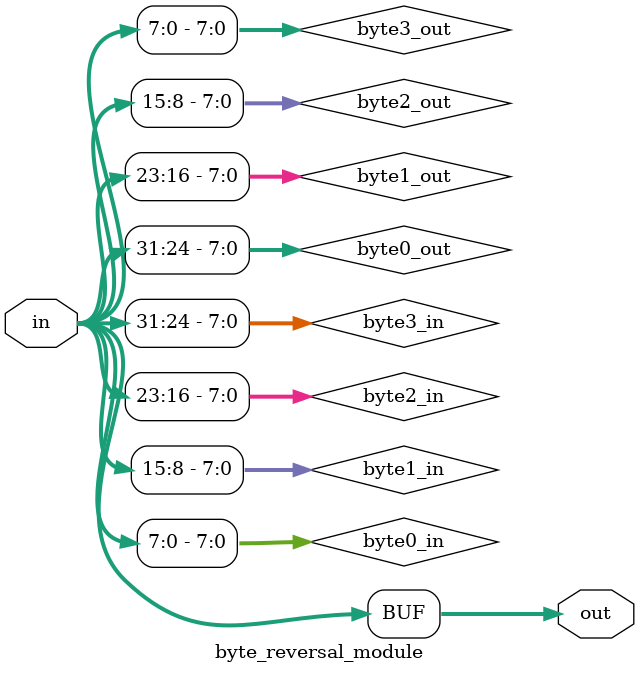
<source format=sv>
module top_module (
	input [31:0] in,
	output [31:0] out
);
	
	// Instantiate the byte reversal module
	byte_reversal_module byte_reversal_inst (
		.in(in),
		.out(out)
	);
	
endmodule
module byte_reversal_module (
	input [31:0] in,
	output [31:0] out
);
	
	// Wire connections for individual byte reversal
	wire [7:0] byte0_in, byte1_in, byte2_in, byte3_in;
	wire [7:0] byte0_out, byte1_out, byte2_out, byte3_out;
	
	// Split the input into individual bytes
	assign byte0_in = in[7:0];
	assign byte1_in = in[15:8];
	assign byte2_in = in[23:16];
	assign byte3_in = in[31:24];
	
	// Reverse the order of the bytes
	assign byte0_out = byte3_in;
	assign byte1_out = byte2_in;
	assign byte2_out = byte1_in;
	assign byte3_out = byte0_in;
	
	// Combine the reversed bytes
	assign out = {byte0_out, byte1_out, byte2_out, byte3_out};
	
endmodule

</source>
